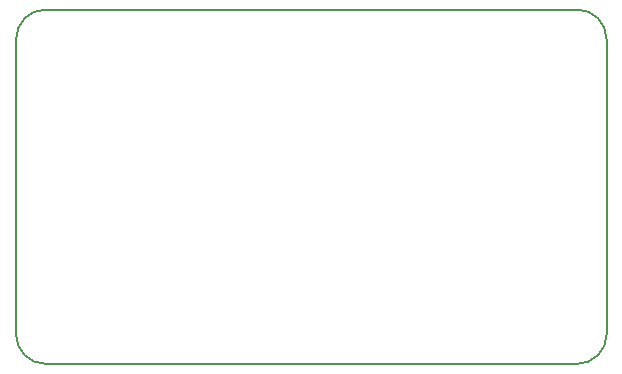
<source format=gko>
G04*
G04 #@! TF.GenerationSoftware,Altium Limited,Altium Designer,21.2.1 (34)*
G04*
G04 Layer_Color=16711935*
%FSTAX24Y24*%
%MOIN*%
G70*
G04*
G04 #@! TF.SameCoordinates,890909AC-F37D-4DBD-918D-0C65A5470773*
G04*
G04*
G04 #@! TF.FilePolarity,Positive*
G04*
G01*
G75*
%ADD11C,0.0079*%
D11*
X029528Y011811D02*
G03*
X030512Y012795I0J000984D01*
G01*
Y022638D02*
G03*
X029528Y023622I-000984J0D01*
G01*
X011811D02*
G03*
X010827Y022638I0J-000984D01*
G01*
Y012795D02*
G03*
X011811Y011811I000984J0D01*
G01*
X029528D01*
X030512Y012795D02*
Y022638D01*
X011811Y023622D02*
X029528D01*
X010827Y012795D02*
Y022638D01*
M02*

</source>
